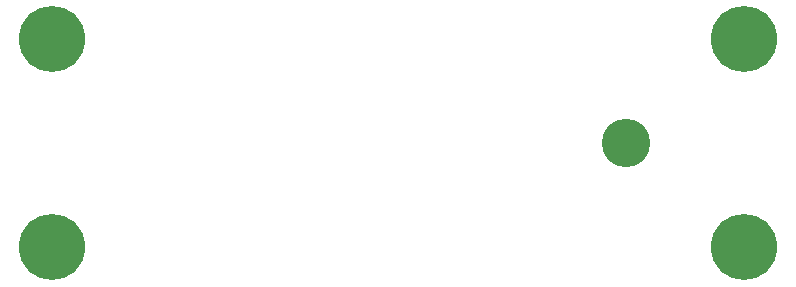
<source format=gbl>
G04 #@! TF.GenerationSoftware,KiCad,Pcbnew,6.0.10-86aedd382b~118~ubuntu22.04.1*
G04 #@! TF.CreationDate,2023-01-22T17:09:23-08:00*
G04 #@! TF.ProjectId,ch348_octo_serial_minim_plate,63683334-385f-46f6-9374-6f5f73657269,rev?*
G04 #@! TF.SameCoordinates,Original*
G04 #@! TF.FileFunction,Copper,L2,Bot*
G04 #@! TF.FilePolarity,Positive*
%FSLAX46Y46*%
G04 Gerber Fmt 4.6, Leading zero omitted, Abs format (unit mm)*
G04 Created by KiCad (PCBNEW 6.0.10-86aedd382b~118~ubuntu22.04.1) date 2023-01-22 17:09:23*
%MOMM*%
%LPD*%
G01*
G04 APERTURE LIST*
G04 #@! TA.AperFunction,ComponentPad*
%ADD10C,5.600000*%
G04 #@! TD*
G04 #@! TA.AperFunction,ViaPad*
%ADD11C,4.100000*%
G04 #@! TD*
G04 APERTURE END LIST*
D10*
G04 #@! TO.P,J2,1,Pin_1*
G04 #@! TO.N,unconnected-(J2-Pad1)*
X142320000Y-71530000D03*
G04 #@! TD*
G04 #@! TO.P,J3,1,Pin_1*
G04 #@! TO.N,unconnected-(J3-Pad1)*
X83740000Y-71530000D03*
G04 #@! TD*
G04 #@! TO.P,J4,1,Pin_1*
G04 #@! TO.N,unconnected-(J4-Pad1)*
X142320000Y-89110000D03*
G04 #@! TD*
G04 #@! TO.P,J5,1,Pin_1*
G04 #@! TO.N,unconnected-(J5-Pad1)*
X83740000Y-89110000D03*
G04 #@! TD*
D11*
G04 #@! TO.N,*
X132300000Y-80300000D03*
G04 #@! TD*
M02*

</source>
